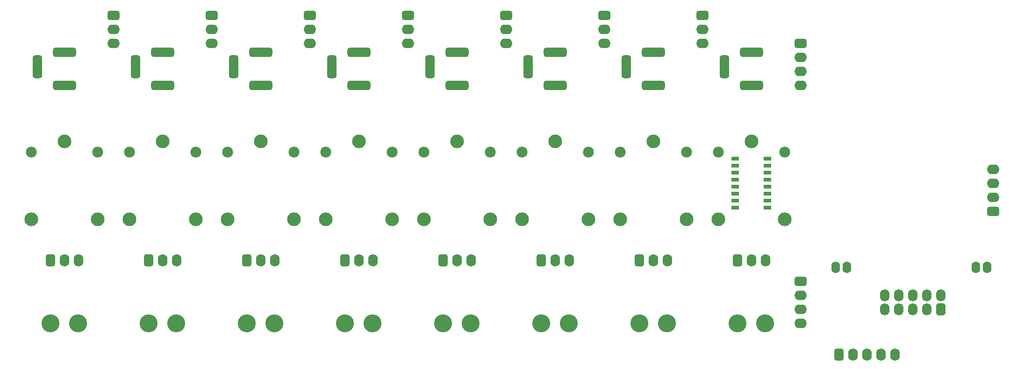
<source format=gbs>
G04*
G04 #@! TF.GenerationSoftware,Altium Limited,Altium Designer,21.6.1 (37)*
G04*
G04 Layer_Color=16711935*
%FSTAX24Y24*%
%MOIN*%
G70*
G04*
G04 #@! TF.SameCoordinates,81F21C5A-03A8-4AE1-96E5-B6EC8A9FC791*
G04*
G04*
G04 #@! TF.FilePolarity,Negative*
G04*
G01*
G75*
G04:AMPARAMS|DCode=32|XSize=88mil|YSize=68mil|CornerRadius=19mil|HoleSize=0mil|Usage=FLASHONLY|Rotation=0.000|XOffset=0mil|YOffset=0mil|HoleType=Round|Shape=RoundedRectangle|*
%AMROUNDEDRECTD32*
21,1,0.0880,0.0300,0,0,0.0*
21,1,0.0500,0.0680,0,0,0.0*
1,1,0.0380,0.0250,-0.0150*
1,1,0.0380,-0.0250,-0.0150*
1,1,0.0380,-0.0250,0.0150*
1,1,0.0380,0.0250,0.0150*
%
%ADD32ROUNDEDRECTD32*%
%ADD33O,0.0880X0.0680*%
%ADD34O,0.0680X0.0867*%
G04:AMPARAMS|DCode=35|XSize=86.7mil|YSize=68mil|CornerRadius=19mil|HoleSize=0mil|Usage=FLASHONLY|Rotation=90.000|XOffset=0mil|YOffset=0mil|HoleType=Round|Shape=RoundedRectangle|*
%AMROUNDEDRECTD35*
21,1,0.0867,0.0300,0,0,90.0*
21,1,0.0487,0.0680,0,0,90.0*
1,1,0.0380,0.0150,0.0244*
1,1,0.0380,0.0150,-0.0244*
1,1,0.0380,-0.0150,-0.0244*
1,1,0.0380,-0.0150,0.0244*
%
%ADD35ROUNDEDRECTD35*%
%ADD36O,0.0680X0.0880*%
G04:AMPARAMS|DCode=37|XSize=88mil|YSize=68mil|CornerRadius=19mil|HoleSize=0mil|Usage=FLASHONLY|Rotation=270.000|XOffset=0mil|YOffset=0mil|HoleType=Round|Shape=RoundedRectangle|*
%AMROUNDEDRECTD37*
21,1,0.0880,0.0300,0,0,270.0*
21,1,0.0500,0.0680,0,0,270.0*
1,1,0.0380,-0.0150,-0.0250*
1,1,0.0380,-0.0150,0.0250*
1,1,0.0380,0.0150,0.0250*
1,1,0.0380,0.0150,-0.0250*
%
%ADD37ROUNDEDRECTD37*%
%ADD38O,0.0630X0.0830*%
%ADD39C,0.0780*%
%ADD40C,0.0980*%
G04:AMPARAMS|DCode=41|XSize=165.5mil|YSize=67.1mil|CornerRadius=18.8mil|HoleSize=0mil|Usage=FLASHONLY|Rotation=270.000|XOffset=0mil|YOffset=0mil|HoleType=Round|Shape=RoundedRectangle|*
%AMROUNDEDRECTD41*
21,1,0.1655,0.0295,0,0,270.0*
21,1,0.1280,0.0671,0,0,270.0*
1,1,0.0375,-0.0148,-0.0640*
1,1,0.0375,-0.0148,0.0640*
1,1,0.0375,0.0148,0.0640*
1,1,0.0375,0.0148,-0.0640*
%
%ADD41ROUNDEDRECTD41*%
G04:AMPARAMS|DCode=42|XSize=165.5mil|YSize=67.1mil|CornerRadius=18.8mil|HoleSize=0mil|Usage=FLASHONLY|Rotation=180.000|XOffset=0mil|YOffset=0mil|HoleType=Round|Shape=RoundedRectangle|*
%AMROUNDEDRECTD42*
21,1,0.1655,0.0295,0,0,180.0*
21,1,0.1280,0.0671,0,0,180.0*
1,1,0.0375,-0.0640,0.0148*
1,1,0.0375,0.0640,0.0148*
1,1,0.0375,0.0640,-0.0148*
1,1,0.0375,-0.0640,-0.0148*
%
%ADD42ROUNDEDRECTD42*%
%ADD43C,0.1280*%
%ADD60R,0.0580X0.0260*%
D32*
X08125Y032D02*
D03*
X0605Y046D02*
D03*
X0535D02*
D03*
X0465D02*
D03*
X0395D02*
D03*
X0325D02*
D03*
X0255D02*
D03*
X0185D02*
D03*
X0675Y027D02*
D03*
Y044D02*
D03*
D33*
X08125Y033D02*
D03*
Y034D02*
D03*
Y035D02*
D03*
X0605Y044D02*
D03*
Y045D02*
D03*
X0535Y044D02*
D03*
Y045D02*
D03*
X0465Y044D02*
D03*
Y045D02*
D03*
X0395Y044D02*
D03*
Y045D02*
D03*
X0325Y044D02*
D03*
Y045D02*
D03*
X0255Y044D02*
D03*
Y045D02*
D03*
X0185Y044D02*
D03*
Y045D02*
D03*
X0675Y026D02*
D03*
Y025D02*
D03*
Y024D02*
D03*
Y043D02*
D03*
Y042D02*
D03*
Y041D02*
D03*
D34*
X0765Y025D02*
D03*
X0755D02*
D03*
X0745D02*
D03*
X0735D02*
D03*
X0765Y026D02*
D03*
X0775D02*
D03*
X0755D02*
D03*
X0745D02*
D03*
X0735D02*
D03*
D35*
X0775Y025D02*
D03*
D36*
X07425Y02175D02*
D03*
X07325D02*
D03*
X07225D02*
D03*
X07125D02*
D03*
X051Y0285D02*
D03*
X05D02*
D03*
X058D02*
D03*
X057D02*
D03*
X044D02*
D03*
X043D02*
D03*
X037D02*
D03*
X036D02*
D03*
X03D02*
D03*
X029D02*
D03*
X023D02*
D03*
X022D02*
D03*
X016D02*
D03*
X015D02*
D03*
X064D02*
D03*
X065D02*
D03*
D37*
X07025Y02175D02*
D03*
X049Y0285D02*
D03*
X056D02*
D03*
X042D02*
D03*
X035D02*
D03*
X028D02*
D03*
X021D02*
D03*
X014D02*
D03*
X063D02*
D03*
D38*
X0808Y028D02*
D03*
X08D02*
D03*
X07D02*
D03*
X0708D02*
D03*
D39*
X066362Y036213D02*
D03*
X061638D02*
D03*
X059362D02*
D03*
X054638D02*
D03*
X052362D02*
D03*
X047638D02*
D03*
X045362D02*
D03*
X040638D02*
D03*
X038362D02*
D03*
X033638D02*
D03*
X031362D02*
D03*
X026638D02*
D03*
X024362D02*
D03*
X019638D02*
D03*
X017362D02*
D03*
X012638D02*
D03*
D40*
X064Y037D02*
D03*
X061638Y031409D02*
D03*
X066362D02*
D03*
X057Y037D02*
D03*
X054638Y031409D02*
D03*
X059362D02*
D03*
X05Y037D02*
D03*
X047638Y031409D02*
D03*
X052362D02*
D03*
X043Y037D02*
D03*
X040638Y031409D02*
D03*
X045362D02*
D03*
X036Y037D02*
D03*
X033638Y031409D02*
D03*
X038362D02*
D03*
X029Y037D02*
D03*
X026638Y031409D02*
D03*
X031362D02*
D03*
X022Y037D02*
D03*
X019638Y031409D02*
D03*
X024362D02*
D03*
X015Y037D02*
D03*
X012638Y031409D02*
D03*
X017362D02*
D03*
D41*
X027061Y042309D02*
D03*
X034061D02*
D03*
X041061D02*
D03*
X048061D02*
D03*
X020061D02*
D03*
X013061D02*
D03*
X055061D02*
D03*
X062061D02*
D03*
D42*
X029Y041D02*
D03*
Y043372D02*
D03*
X036Y041D02*
D03*
Y043372D02*
D03*
X043Y041D02*
D03*
Y043372D02*
D03*
X05D02*
D03*
Y041D02*
D03*
X022D02*
D03*
Y043372D02*
D03*
X015Y041D02*
D03*
Y043372D02*
D03*
X057D02*
D03*
Y041D02*
D03*
X064Y043372D02*
D03*
Y041D02*
D03*
D43*
X063016Y024D02*
D03*
X064984D02*
D03*
X056016D02*
D03*
X057984D02*
D03*
X049016D02*
D03*
X050984D02*
D03*
X042016D02*
D03*
X043984D02*
D03*
X035016D02*
D03*
X036984D02*
D03*
X028016D02*
D03*
X029984D02*
D03*
X021016D02*
D03*
X022984D02*
D03*
X014016D02*
D03*
X015984D02*
D03*
D60*
X062852Y03225D02*
D03*
Y03275D02*
D03*
Y03325D02*
D03*
Y03375D02*
D03*
Y03425D02*
D03*
Y03475D02*
D03*
Y03525D02*
D03*
Y03575D02*
D03*
X065148Y03575D02*
D03*
Y03525D02*
D03*
Y03475D02*
D03*
Y03425D02*
D03*
Y03375D02*
D03*
Y03325D02*
D03*
Y03275D02*
D03*
Y03225D02*
D03*
M02*

</source>
